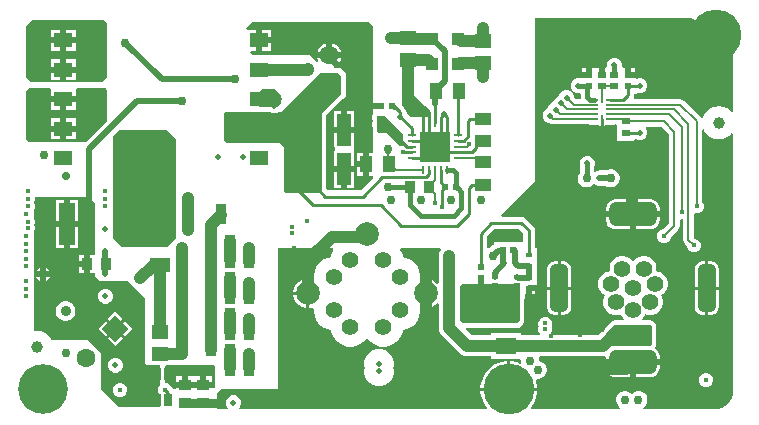
<source format=gtl>
G04*
G04 #@! TF.GenerationSoftware,Altium Limited,Altium Designer,23.5.1 (21)*
G04*
G04 Layer_Physical_Order=1*
G04 Layer_Color=255*
%FSLAX44Y44*%
%MOMM*%
G71*
G04*
G04 #@! TF.SameCoordinates,0C852D97-15EF-43E7-8D4E-587EAF6ACFB3*
G04*
G04*
G04 #@! TF.FilePolarity,Positive*
G04*
G01*
G75*
%ADD13C,0.2500*%
%ADD15C,0.1270*%
%ADD18R,0.6200X0.6200*%
%ADD19R,0.6500X0.5500*%
G04:AMPARAMS|DCode=20|XSize=0.7mm|YSize=0.2mm|CornerRadius=0.05mm|HoleSize=0mm|Usage=FLASHONLY|Rotation=0.000|XOffset=0mm|YOffset=0mm|HoleType=Round|Shape=RoundedRectangle|*
%AMROUNDEDRECTD20*
21,1,0.7000,0.1000,0,0,0.0*
21,1,0.6000,0.2000,0,0,0.0*
1,1,0.1000,0.3000,-0.0500*
1,1,0.1000,-0.3000,-0.0500*
1,1,0.1000,-0.3000,0.0500*
1,1,0.1000,0.3000,0.0500*
%
%ADD20ROUNDEDRECTD20*%
G04:AMPARAMS|DCode=21|XSize=0.7mm|YSize=0.2mm|CornerRadius=0.05mm|HoleSize=0mm|Usage=FLASHONLY|Rotation=270.000|XOffset=0mm|YOffset=0mm|HoleType=Round|Shape=RoundedRectangle|*
%AMROUNDEDRECTD21*
21,1,0.7000,0.1000,0,0,270.0*
21,1,0.6000,0.2000,0,0,270.0*
1,1,0.1000,-0.0500,-0.3000*
1,1,0.1000,-0.0500,0.3000*
1,1,0.1000,0.0500,0.3000*
1,1,0.1000,0.0500,-0.3000*
%
%ADD21ROUNDEDRECTD21*%
%ADD22R,1.5500X1.2700*%
%ADD23R,0.4500X0.5500*%
%ADD24R,1.4500X1.1500*%
%ADD25R,1.0000X0.9000*%
%ADD26R,0.6500X1.0600*%
%ADD27R,0.9500X1.3500*%
%ADD28R,0.9000X1.0000*%
%ADD29R,1.0500X1.4000*%
%ADD30R,1.8000X1.1500*%
%ADD31R,1.4000X3.5600*%
%ADD32R,0.9500X1.7000*%
%ADD33R,0.5000X0.4000*%
%ADD34R,0.7000X0.2500*%
%ADD35R,0.2500X0.7000*%
%ADD36R,1.0000X1.0000*%
%ADD37R,1.7500X1.4000*%
%ADD38R,0.6200X0.6200*%
%ADD39R,0.5500X0.4500*%
%ADD40R,1.4000X1.0500*%
%ADD41R,1.1500X2.7000*%
G04:AMPARAMS|DCode=80|XSize=4mm|YSize=2mm|CornerRadius=0.5mm|HoleSize=0mm|Usage=FLASHONLY|Rotation=0.000|XOffset=0mm|YOffset=0mm|HoleType=Round|Shape=RoundedRectangle|*
%AMROUNDEDRECTD80*
21,1,4.0000,1.0000,0,0,0.0*
21,1,3.0000,2.0000,0,0,0.0*
1,1,1.0000,1.5000,-0.5000*
1,1,1.0000,-1.5000,-0.5000*
1,1,1.0000,-1.5000,0.5000*
1,1,1.0000,1.5000,0.5000*
%
%ADD80ROUNDEDRECTD80*%
%ADD81C,0.7500*%
%ADD82C,1.0000*%
%ADD83R,2.6000X2.6000*%
%ADD84C,0.5080*%
%ADD85C,0.2540*%
%ADD86C,0.1500*%
%ADD87C,1.0160*%
%ADD88C,0.3810*%
%ADD89C,0.7620*%
%ADD90C,0.9000*%
%ADD91C,0.7000*%
G04:AMPARAMS|DCode=92|XSize=4mm|YSize=1.5mm|CornerRadius=0.375mm|HoleSize=0mm|Usage=FLASHONLY|Rotation=270.000|XOffset=0mm|YOffset=0mm|HoleType=Round|Shape=RoundedRectangle|*
%AMROUNDEDRECTD92*
21,1,4.0000,0.7500,0,0,270.0*
21,1,3.2500,1.5000,0,0,270.0*
1,1,0.7500,-0.3750,-1.6250*
1,1,0.7500,-0.3750,1.6250*
1,1,0.7500,0.3750,1.6250*
1,1,0.7500,0.3750,-1.6250*
%
%ADD92ROUNDEDRECTD92*%
%ADD93C,1.4000*%
%ADD94P,2.2627X4X270.0*%
%ADD95C,1.6000*%
%ADD96C,2.0000*%
%ADD97C,4.3000*%
%ADD98C,4.2000*%
%ADD99R,1.6000X1.6000*%
%ADD100C,0.4064*%
%ADD101C,0.5080*%
%ADD102C,0.7620*%
G36*
X252730Y265430D02*
Y250190D01*
X236220Y233680D01*
Y204203D01*
Y202197D01*
Y168910D01*
X233680Y166370D01*
X205740D01*
X204470Y167640D01*
Y204470D01*
X200660Y208280D01*
X179070Y208280D01*
X156210Y208280D01*
X153670Y210820D01*
Y233680D01*
X154940Y234950D01*
X183775D01*
X184150Y234875D01*
X192279D01*
X192475Y234680D01*
X194809Y233713D01*
X197335D01*
X199669Y234680D01*
X199939Y234950D01*
X201930D01*
X234950Y267970D01*
X248295D01*
X248920Y267846D01*
X249545Y267970D01*
X250190D01*
X252730Y265430D01*
D02*
G37*
G36*
X54610Y309580D02*
Y264160D01*
X50800Y260350D01*
X-10320D01*
X-13970Y264000D01*
Y307574D01*
X-12232Y309692D01*
X-9883Y311620D01*
X-8386Y312420D01*
X51770D01*
X54610Y309580D01*
D02*
G37*
G36*
X549499Y313690D02*
X551180D01*
X554990Y309880D01*
Y301270D01*
X570000D01*
Y300000D01*
X571270D01*
Y284480D01*
X584200D01*
Y274320D01*
X584198D01*
Y235117D01*
X582995Y234709D01*
X582201Y235745D01*
X579290Y237978D01*
X575900Y239382D01*
X572262Y239861D01*
X568624Y239382D01*
X565234Y237978D01*
X562323Y235745D01*
X560090Y232834D01*
X558834Y229803D01*
X557811Y229565D01*
X557431Y229617D01*
X556925Y230375D01*
X542939Y244361D01*
X541468Y245343D01*
X539734Y245688D01*
X500778D01*
X500085Y246938D01*
X500480Y248920D01*
Y250210D01*
X502210D01*
Y250450D01*
X503266Y251156D01*
X504197Y250770D01*
X506723D01*
X509057Y251737D01*
X510843Y253523D01*
X511810Y255857D01*
Y258383D01*
X510843Y260717D01*
X509057Y262503D01*
X506723Y263470D01*
X504197D01*
X503266Y263084D01*
X502524Y263580D01*
X502210D01*
Y263790D01*
X502210Y263790D01*
Y264030D01*
X500940D01*
Y264031D01*
X495300D01*
Y266120D01*
X492760D01*
Y271760D01*
X490930D01*
Y273100D01*
X490220D01*
Y275583D01*
X489253Y277917D01*
X487467Y279703D01*
X485133Y280670D01*
X482607D01*
X480273Y279703D01*
X478487Y277917D01*
X477520Y275583D01*
Y273100D01*
X476810D01*
Y271830D01*
X476018D01*
Y266540D01*
X470938D01*
Y271830D01*
X467688D01*
Y271760D01*
X464820D01*
Y266120D01*
X462280D01*
Y264030D01*
X456640D01*
Y264030D01*
X455370D01*
Y263949D01*
X455369Y263949D01*
Y263580D01*
X454818D01*
X454653Y263470D01*
X452127D01*
X449793Y262503D01*
X448007Y260717D01*
X447040Y258383D01*
Y255857D01*
X448007Y253523D01*
X449793Y251737D01*
X452127Y250770D01*
X454653D01*
X455229Y250385D01*
Y247388D01*
X455372Y246670D01*
X454566Y245688D01*
X451361D01*
X449834Y247215D01*
Y248419D01*
X448867Y250753D01*
X447081Y252539D01*
X444747Y253506D01*
X442221D01*
X439887Y252539D01*
X438101Y250753D01*
X437203Y248587D01*
X435061Y247699D01*
X433275Y245913D01*
X432308Y243579D01*
Y243119D01*
X430489Y242365D01*
X428703Y240579D01*
X427736Y238245D01*
Y238039D01*
X425917Y237285D01*
X424131Y235499D01*
X423164Y233165D01*
Y230639D01*
X424131Y228305D01*
X425917Y226519D01*
X428251Y225552D01*
X429653D01*
X430526Y224969D01*
X432260Y224624D01*
X461755D01*
X461796Y224596D01*
X463478Y224262D01*
X469478D01*
X470163Y224398D01*
X470786Y223464D01*
X471792Y222792D01*
X472978Y222556D01*
X473978D01*
X475164Y222792D01*
X476170Y223464D01*
X476793Y224398D01*
X477478Y224262D01*
X483478D01*
X485160Y224596D01*
X486418Y224333D01*
Y210610D01*
X500538D01*
Y211631D01*
X501808Y211842D01*
X501863Y211787D01*
X504197Y210820D01*
X506723D01*
X509057Y211787D01*
X510843Y213573D01*
X511810Y215907D01*
Y218433D01*
X510843Y220767D01*
X510242Y221368D01*
X510768Y222638D01*
X523932D01*
X530138Y216432D01*
Y140427D01*
X525213Y135502D01*
X524618D01*
X522471Y134613D01*
X520827Y132969D01*
X519938Y130822D01*
Y128498D01*
X520827Y126351D01*
X522471Y124707D01*
X524618Y123818D01*
X526942D01*
X529089Y124707D01*
X530733Y126351D01*
X531622Y128498D01*
Y129093D01*
X537875Y135345D01*
X537875Y135345D01*
X538857Y136816D01*
X539202Y138550D01*
X539202Y138550D01*
Y143580D01*
X539858Y144018D01*
X542062D01*
Y126506D01*
X542407Y124772D01*
X543389Y123301D01*
X545338Y121353D01*
Y120758D01*
X546227Y118611D01*
X547871Y116967D01*
X550018Y116078D01*
X552342D01*
X554489Y116967D01*
X556133Y118611D01*
X557022Y120758D01*
Y123082D01*
X556133Y125229D01*
X554489Y126873D01*
X552342Y127762D01*
X551747D01*
X551126Y128383D01*
Y148548D01*
X552182Y149254D01*
X552558Y149098D01*
X554882D01*
X557029Y149987D01*
X558673Y151631D01*
X559562Y153778D01*
Y156102D01*
X558673Y158249D01*
X558252Y158670D01*
Y219896D01*
X559522Y220149D01*
X560090Y218778D01*
X562323Y215867D01*
X565234Y213634D01*
X568624Y212230D01*
X572262Y211751D01*
X575900Y212230D01*
X579290Y213634D01*
X582201Y215867D01*
X582995Y216903D01*
X584198Y216495D01*
Y-6D01*
X584198Y-21D01*
X584198Y-1270D01*
X584111Y-2504D01*
X583935Y-4294D01*
X583053Y-7203D01*
X581620Y-9883D01*
X579692Y-12232D01*
X577343Y-14160D01*
X574663Y-15592D01*
X571754Y-16475D01*
X568847Y-16761D01*
X568730Y-16738D01*
X508377D01*
X508037Y-15468D01*
X508869Y-14987D01*
X510288Y-13569D01*
X511291Y-11831D01*
X511810Y-9893D01*
Y-7887D01*
X511291Y-5949D01*
X510288Y-4211D01*
X508869Y-2792D01*
X507131Y-1789D01*
X505193Y-1270D01*
X503187D01*
X501249Y-1789D01*
X499511Y-2792D01*
X498475Y-3829D01*
X497439Y-2792D01*
X495701Y-1789D01*
X493763Y-1270D01*
X491757D01*
X489819Y-1789D01*
X488081Y-2792D01*
X486662Y-4211D01*
X485659Y-5949D01*
X485140Y-7887D01*
Y-9893D01*
X485659Y-11831D01*
X486662Y-13569D01*
X488081Y-14987D01*
X488913Y-15468D01*
X488573Y-16738D01*
X413419D01*
X412933Y-15565D01*
X413173Y-15325D01*
X415804Y-11387D01*
X417616Y-7012D01*
X418540Y-2368D01*
Y-1270D01*
X370460D01*
Y-2368D01*
X371384Y-7012D01*
X373196Y-11387D01*
X375827Y-15325D01*
X376067Y-15565D01*
X375581Y-16738D01*
X166622Y-16738D01*
X166136Y-15565D01*
X166673Y-15027D01*
X167640Y-12693D01*
Y-10167D01*
X166673Y-7833D01*
X164887Y-6047D01*
X162553Y-5080D01*
X160027D01*
X157693Y-6047D01*
X155907Y-7833D01*
X154940Y-10167D01*
Y-12693D01*
X155907Y-15027D01*
X156444Y-15565D01*
X155958Y-16738D01*
X147320D01*
Y-3810D01*
X151130Y0D01*
X199390D01*
Y119380D01*
X245272D01*
X245871Y118260D01*
X245255Y117338D01*
X243973Y114245D01*
X243540Y112066D01*
X241361Y111633D01*
X238267Y110351D01*
X235483Y108491D01*
X233115Y106123D01*
X231255Y103338D01*
X229973Y100245D01*
X229320Y96960D01*
Y94243D01*
X228311Y93319D01*
X228096Y93257D01*
X225971Y93826D01*
X225590D01*
Y81286D01*
Y68746D01*
X225971D01*
X228096Y69315D01*
X228311Y69253D01*
X229320Y68328D01*
Y65612D01*
X229973Y62327D01*
X231255Y59233D01*
X233115Y56449D01*
X235483Y54081D01*
X238267Y52221D01*
X241361Y50939D01*
X243540Y50506D01*
X243973Y48327D01*
X245255Y45233D01*
X247115Y42449D01*
X249483Y40081D01*
X252267Y38221D01*
X255361Y36939D01*
X258646Y36286D01*
X261994D01*
X265279Y36939D01*
X268372Y38221D01*
X271157Y40081D01*
X273525Y42449D01*
X273685Y42689D01*
X274955D01*
X275115Y42449D01*
X277483Y40081D01*
X280268Y38221D01*
X283361Y36939D01*
X286646Y36286D01*
X289994D01*
X293279Y36939D01*
X296373Y38221D01*
X299157Y40081D01*
X301525Y42449D01*
X303385Y45233D01*
X304667Y48327D01*
X305100Y50506D01*
X307279Y50939D01*
X310373Y52221D01*
X313157Y54081D01*
X315525Y56449D01*
X317385Y59233D01*
X318667Y62327D01*
X319320Y65612D01*
Y68328D01*
X320329Y69253D01*
X320544Y69315D01*
X322669Y68746D01*
X323050D01*
Y81286D01*
Y93826D01*
X322669D01*
X320544Y93257D01*
X320329Y93319D01*
X319320Y94243D01*
Y96960D01*
X318667Y100245D01*
X317385Y103338D01*
X315525Y106123D01*
X313157Y108491D01*
X310373Y110351D01*
X307279Y111633D01*
X305100Y112066D01*
X304667Y114245D01*
X303385Y117338D01*
X302769Y118260D01*
X303368Y119380D01*
X336236D01*
X336862Y118110D01*
X336405Y117513D01*
X335509Y115351D01*
X335203Y113030D01*
Y89933D01*
X333933Y89407D01*
X332020Y91320D01*
X329160Y92971D01*
X325971Y93826D01*
X325590D01*
Y81286D01*
Y68746D01*
X325971D01*
X329160Y69601D01*
X332020Y71251D01*
X333933Y73165D01*
X335203Y72639D01*
Y52070D01*
X335509Y49749D01*
X336405Y47587D01*
X337830Y45730D01*
X352870Y30690D01*
X354727Y29265D01*
X356889Y28369D01*
X359210Y28063D01*
X359210Y28063D01*
X379710D01*
Y26220D01*
X404106D01*
X405109Y25156D01*
X405130Y25074D01*
Y23127D01*
X405213Y22816D01*
X404258Y21979D01*
X401512Y23116D01*
X396868Y24040D01*
X395770D01*
Y1270D01*
X418540D01*
Y2368D01*
X417616Y7012D01*
X417231Y7943D01*
X417482Y8230D01*
X418213Y8890D01*
X420103D01*
X422041Y9409D01*
X423779Y10412D01*
X425197Y11831D01*
X426201Y13569D01*
X426720Y15507D01*
Y17513D01*
X426201Y19451D01*
X425197Y21189D01*
X423779Y22608D01*
X422041Y23611D01*
X420370Y24058D01*
Y25133D01*
X419925Y26793D01*
X420569Y28063D01*
X473910D01*
X475762Y28307D01*
X476791Y27609D01*
X477007Y27316D01*
Y25787D01*
X522217D01*
Y28247D01*
X521958Y30215D01*
X521198Y32050D01*
X519990Y33625D01*
X518862Y34490D01*
X518499Y35443D01*
X518595Y36133D01*
X519209Y37051D01*
X519505Y38538D01*
Y49514D01*
X519507Y49530D01*
X519505Y49546D01*
Y53340D01*
X519209Y54827D01*
X518367Y56087D01*
X517097Y57357D01*
X515837Y58199D01*
X514350Y58495D01*
X510556D01*
X510540Y58497D01*
X507945D01*
X507419Y59767D01*
X508262Y60610D01*
X509685Y63074D01*
X509834Y63630D01*
X509939Y63674D01*
X512689Y62937D01*
X515535D01*
X518284Y63674D01*
X520750Y65097D01*
X522762Y67109D01*
X524185Y69574D01*
X524922Y72324D01*
Y75170D01*
X524185Y77920D01*
X523167Y79683D01*
X524749Y80597D01*
X526762Y82610D01*
X528185Y85075D01*
X528922Y87824D01*
Y90670D01*
X528185Y93420D01*
X526762Y95885D01*
X524749Y97897D01*
X522285Y99320D01*
X520465Y99808D01*
X519422Y100824D01*
Y103670D01*
X518685Y106419D01*
X517262Y108884D01*
X515249Y110897D01*
X512785Y112320D01*
X510035Y113057D01*
X507189D01*
X504440Y112320D01*
X501974Y110897D01*
X500448Y109371D01*
X499612Y109028D01*
X498776Y109371D01*
X497249Y110897D01*
X494785Y112320D01*
X492035Y113057D01*
X489189D01*
X486440Y112320D01*
X483974Y110897D01*
X481962Y108884D01*
X480539Y106419D01*
X479802Y103670D01*
Y100824D01*
X478759Y99808D01*
X476940Y99320D01*
X474474Y97897D01*
X472462Y95885D01*
X471039Y93420D01*
X470302Y90670D01*
Y87824D01*
X471039Y85075D01*
X472462Y82610D01*
X474474Y80597D01*
X476057Y79683D01*
X475039Y77920D01*
X474302Y75170D01*
Y72324D01*
X475039Y69574D01*
X476462Y67109D01*
X478475Y65097D01*
X480939Y63674D01*
X483689Y62937D01*
X486535D01*
X488145Y63369D01*
X489539Y63074D01*
X490962Y60610D01*
X491805Y59767D01*
X491279Y58497D01*
X486410D01*
X486394Y58495D01*
X483870D01*
X483767Y58474D01*
X483662Y58489D01*
X483027Y58327D01*
X482383Y58199D01*
X482296Y58140D01*
X482194Y58114D01*
X481669Y57721D01*
X481123Y57357D01*
X481065Y57269D01*
X480980Y57206D01*
X478292Y54213D01*
X477606Y53528D01*
X477464Y53315D01*
X477271Y53146D01*
X477199Y53000D01*
X470196Y45997D01*
X430568D01*
X430082Y47170D01*
X430403Y47491D01*
X431292Y49638D01*
Y51962D01*
X430721Y53340D01*
X431292Y54718D01*
Y57042D01*
X430403Y59189D01*
X428759Y60833D01*
X426612Y61722D01*
X424288D01*
X422141Y60833D01*
X420497Y59189D01*
X419608Y57042D01*
Y54718D01*
X420179Y53340D01*
X419608Y51962D01*
Y49638D01*
X420497Y47491D01*
X420818Y47170D01*
X420332Y45997D01*
X404830D01*
Y47840D01*
X379710D01*
Y45997D01*
X362924D01*
X358099Y50822D01*
X358585Y51995D01*
X401320D01*
X402807Y52291D01*
X404067Y53133D01*
X406607Y55673D01*
X407449Y56933D01*
X407745Y58420D01*
Y76550D01*
X408080D01*
Y80880D01*
X408940D01*
Y85670D01*
X411480D01*
Y88195D01*
X411555Y88210D01*
X416770D01*
Y88610D01*
X418040D01*
Y98660D01*
Y107660D01*
Y119780D01*
X416660D01*
Y134620D01*
X416265Y136602D01*
X415143Y138282D01*
X408792Y144633D01*
X407112Y145755D01*
X405130Y146150D01*
X388574D01*
X388088Y147323D01*
X416560Y175795D01*
Y314198D01*
X549227D01*
X549499Y313690D01*
D02*
G37*
G36*
X54610Y252730D02*
Y227596D01*
X36564Y209550D01*
X-11430Y209550D01*
X-13970Y212090D01*
Y252730D01*
X-11430Y255270D01*
X6082D01*
X7036Y254000D01*
Y248158D01*
X17326D01*
X27616D01*
Y254000D01*
X27616Y254508D01*
X28570Y255270D01*
X52070D01*
X54610Y252730D01*
D02*
G37*
G36*
X201930Y248920D02*
Y242570D01*
X198120Y238760D01*
X184150D01*
X180340Y242570D01*
Y248920D01*
X185420Y254000D01*
X196850D01*
X201930Y248920D01*
D02*
G37*
G36*
X326598Y237028D02*
Y230378D01*
X311658D01*
X308521Y233515D01*
X308031Y234697D01*
X307524Y235204D01*
X307214Y236763D01*
X306091Y238444D01*
X303784Y240751D01*
Y248158D01*
X315468D01*
X326598Y237028D01*
D02*
G37*
G36*
X304800Y216190D02*
X304800Y212852D01*
X304967Y212685D01*
Y210640D01*
Y206542D01*
X303638D01*
X302584Y206106D01*
X291520Y217170D01*
X284480D01*
X283285Y218365D01*
Y221621D01*
X283226Y221917D01*
X282989Y223108D01*
X282523Y224234D01*
Y225012D01*
X282832Y225760D01*
X283069Y226951D01*
X283128Y227246D01*
Y227246D01*
Y227246D01*
X283069Y227542D01*
X282832Y228733D01*
X282523Y229481D01*
Y230259D01*
X282887Y231140D01*
X289850D01*
X304800Y216190D01*
D02*
G37*
G36*
X279400Y307340D02*
Y232872D01*
X278638Y231032D01*
Y228708D01*
X279243Y227246D01*
X278638Y225785D01*
Y223461D01*
X279400Y221621D01*
Y200040D01*
X276250D01*
Y190500D01*
Y180960D01*
X279400D01*
Y178783D01*
X269119Y168501D01*
X241413D01*
X240105Y169810D01*
Y202197D01*
Y204203D01*
Y232071D01*
X254194Y246160D01*
X254220D01*
Y246186D01*
X255477Y247443D01*
X256310Y248690D01*
X256540Y248920D01*
Y249815D01*
X256615Y250190D01*
Y265430D01*
X256540Y265805D01*
Y267570D01*
X252330Y271780D01*
X250565D01*
X250190Y271855D01*
X249545D01*
X249170Y271780D01*
X248670D01*
X248295Y271855D01*
X246557D01*
X246390Y273125D01*
X246478Y273148D01*
X248882Y274536D01*
X250844Y276498D01*
X252232Y278902D01*
X252950Y281582D01*
Y281700D01*
X242410D01*
X231870D01*
Y281582D01*
X232588Y278902D01*
X233167Y277899D01*
X232151Y277119D01*
X226300Y282970D01*
X178040D01*
X175455Y285555D01*
X175941Y286728D01*
X180286D01*
Y295618D01*
Y304508D01*
X172954D01*
X172352Y305702D01*
X177800Y311150D01*
X275590D01*
X279400Y307340D01*
D02*
G37*
G36*
X113030Y212090D02*
Y128270D01*
X105410Y120650D01*
X67310D01*
X59690Y128270D01*
Y214364D01*
X65036Y219710D01*
X105410D01*
X113030Y212090D01*
D02*
G37*
G36*
X406301Y132475D02*
Y125212D01*
X405110Y125020D01*
Y125020D01*
X382290D01*
Y123212D01*
X380668Y122128D01*
X378894Y120355D01*
X378059Y120131D01*
X377130Y119594D01*
X375859Y120328D01*
Y129775D01*
X381875Y135791D01*
X402985D01*
X406301Y132475D01*
D02*
G37*
G36*
X395460Y89550D02*
X398693D01*
X399982Y88688D01*
X402460Y88196D01*
X403860D01*
Y78473D01*
Y76467D01*
Y58420D01*
X401320Y55880D01*
X355600D01*
X353137Y58343D01*
Y87707D01*
X355092Y89662D01*
X376460D01*
Y89550D01*
X380036D01*
X380292Y89378D01*
X382770Y88886D01*
X385248Y89378D01*
X385504Y89550D01*
X389080D01*
Y89662D01*
X395460D01*
Y89550D01*
D02*
G37*
G36*
X515620Y53340D02*
Y38538D01*
X514215Y37133D01*
X484612D01*
X483829Y37030D01*
X480060D01*
Y49688D01*
X480353Y50781D01*
X481112Y51540D01*
X483870Y54610D01*
X514350D01*
X515620Y53340D01*
D02*
G37*
G36*
X44450Y157480D02*
Y114900D01*
X44252Y113712D01*
X43180Y113712D01*
X39752D01*
Y106172D01*
Y98632D01*
X44252D01*
X44450Y97444D01*
Y95250D01*
X48260Y91440D01*
X72390D01*
X86106Y77724D01*
X86106Y26924D01*
Y22606D01*
X87884Y20828D01*
X88000D01*
Y20810D01*
X98824D01*
X99112Y20522D01*
Y4254D01*
X99112Y4254D01*
X99112D01*
X98734Y3110D01*
X98679Y3055D01*
X97790Y908D01*
Y-1416D01*
X98679Y-3563D01*
X99112Y-3996D01*
Y-14732D01*
X64262D01*
X49370Y160D01*
Y30640D01*
X46476Y33534D01*
X46170Y34065D01*
X43971Y36264D01*
X43440Y36570D01*
X38100Y41910D01*
X7373Y41910D01*
X7092Y42588D01*
X4859Y45499D01*
X1948Y47732D01*
X-1442Y49136D01*
X-5080Y49615D01*
X-6665Y49407D01*
X-7620Y50244D01*
Y134398D01*
X-7092Y135673D01*
Y137997D01*
X-7620Y139272D01*
Y139478D01*
X-7092Y140753D01*
Y143077D01*
X-7620Y144352D01*
Y152747D01*
X-7092Y154022D01*
Y156346D01*
X-7620Y157621D01*
Y159097D01*
X-7092Y160372D01*
Y162560D01*
X39370D01*
X44450Y157480D01*
D02*
G37*
G36*
X146050Y19050D02*
Y2286D01*
X144700Y936D01*
X143430Y1462D01*
Y1650D01*
X135890D01*
Y4190D01*
X133350D01*
Y11230D01*
X128350D01*
Y11230D01*
X128190D01*
Y11230D01*
X123190D01*
Y4190D01*
X120650D01*
Y1650D01*
X113110D01*
Y474D01*
X110098D01*
X109834Y869D01*
X109247Y1456D01*
X108585Y3055D01*
X106941Y4699D01*
X104794Y5588D01*
X103732D01*
Y19912D01*
X104140Y20320D01*
X144780D01*
X146050Y19050D01*
D02*
G37*
%LPC*%
G36*
X27616Y304508D02*
X19866D01*
Y298158D01*
X27616D01*
Y304508D01*
D02*
G37*
G36*
X14786D02*
X7036D01*
Y298158D01*
X14786D01*
Y304508D01*
D02*
G37*
G36*
X27616Y293078D02*
X19866D01*
Y286728D01*
X27616D01*
Y293078D01*
D02*
G37*
G36*
X14786D02*
X7036D01*
Y286728D01*
X14786D01*
Y293078D01*
D02*
G37*
G36*
X27616Y279508D02*
X19866D01*
Y273158D01*
X27616D01*
Y279508D01*
D02*
G37*
G36*
X14786D02*
X7036D01*
Y273158D01*
X14786D01*
Y279508D01*
D02*
G37*
G36*
X27616Y268078D02*
X19866D01*
Y261728D01*
X27616D01*
Y268078D01*
D02*
G37*
G36*
X14786D02*
X7036D01*
Y261728D01*
X14786D01*
Y268078D01*
D02*
G37*
G36*
X568730Y298730D02*
X554990D01*
Y288290D01*
X558800Y284480D01*
X568730D01*
Y298730D01*
D02*
G37*
G36*
X500940Y271760D02*
X497840D01*
Y268660D01*
X500940D01*
Y271760D01*
D02*
G37*
G36*
X459740Y271760D02*
X456640D01*
Y268660D01*
X459740D01*
Y271760D01*
D02*
G37*
G36*
X462019Y197866D02*
X459493D01*
X457159Y196899D01*
X455373Y195113D01*
X454406Y192779D01*
Y190253D01*
X454802Y189297D01*
Y183808D01*
X454453Y183458D01*
X453457Y181734D01*
X452942Y179811D01*
Y177821D01*
X453457Y175898D01*
X454453Y174174D01*
X455860Y172766D01*
X457584Y171771D01*
X459507Y171256D01*
X461497D01*
X463420Y171771D01*
X465144Y172766D01*
X466552Y174174D01*
X467319Y173560D01*
X467908Y173316D01*
X468438Y172961D01*
X469064Y172837D01*
X469653Y172593D01*
X470291D01*
X470916Y172469D01*
X476696D01*
X477904Y171771D01*
X479827Y171256D01*
X481817D01*
X483740Y171771D01*
X485464Y172766D01*
X486871Y174174D01*
X487867Y175898D01*
X488382Y177821D01*
Y179811D01*
X487867Y181734D01*
X486871Y183458D01*
X485464Y184865D01*
X483740Y185861D01*
X481817Y186376D01*
X479827D01*
X477904Y185861D01*
X477136Y185417D01*
X470916D01*
X470291Y185293D01*
X469653D01*
X469064Y185049D01*
X468438Y184925D01*
X467908Y184570D01*
X467726Y184495D01*
X466662Y185021D01*
X466456Y185239D01*
Y188684D01*
X467106Y190253D01*
Y192779D01*
X466139Y195113D01*
X464353Y196899D01*
X462019Y197866D01*
D02*
G37*
G36*
X514612Y160852D02*
X502152D01*
Y150787D01*
X522217D01*
Y153247D01*
X521958Y155215D01*
X521198Y157050D01*
X519990Y158625D01*
X518414Y159833D01*
X516580Y160593D01*
X514612Y160852D01*
D02*
G37*
G36*
X497072D02*
X484612D01*
X482644Y160593D01*
X480810Y159833D01*
X479234Y158625D01*
X478026Y157050D01*
X477266Y155215D01*
X477007Y153247D01*
Y150787D01*
X497072D01*
Y160852D01*
D02*
G37*
G36*
X522217Y145707D02*
X502152D01*
Y135642D01*
X514612D01*
X516580Y135901D01*
X518414Y136661D01*
X519990Y137869D01*
X521198Y139445D01*
X521958Y141279D01*
X522217Y143247D01*
Y145707D01*
D02*
G37*
G36*
X497072D02*
X477007D01*
Y143247D01*
X477266Y141279D01*
X478026Y139445D01*
X479234Y137869D01*
X480810Y136661D01*
X482644Y135901D01*
X484612Y135642D01*
X497072D01*
Y145707D01*
D02*
G37*
G36*
X565862Y108410D02*
X563382D01*
Y87017D01*
X572275D01*
Y101997D01*
X571787Y104451D01*
X570397Y106532D01*
X568316Y107922D01*
X565862Y108410D01*
D02*
G37*
G36*
X440862D02*
X438382D01*
Y87017D01*
X447275D01*
Y101997D01*
X446787Y104451D01*
X445397Y106532D01*
X443316Y107922D01*
X440862Y108410D01*
D02*
G37*
G36*
X560842D02*
X558362D01*
X555908Y107922D01*
X553827Y106532D01*
X552437Y104451D01*
X551949Y101997D01*
Y87017D01*
X560842D01*
Y108410D01*
D02*
G37*
G36*
X435842D02*
X433362D01*
X430908Y107922D01*
X428827Y106532D01*
X427437Y104451D01*
X426949Y101997D01*
Y87017D01*
X435842D01*
Y108410D01*
D02*
G37*
G36*
X223050Y93826D02*
X222669D01*
X219480Y92971D01*
X216620Y91320D01*
X214286Y88986D01*
X212635Y86126D01*
X211780Y82937D01*
Y82556D01*
X223050D01*
Y93826D01*
D02*
G37*
G36*
X416770Y83130D02*
X414020D01*
Y80880D01*
X416770D01*
Y83130D01*
D02*
G37*
G36*
X223050Y80016D02*
X211780D01*
Y79635D01*
X212635Y76446D01*
X214286Y73586D01*
X216620Y71251D01*
X219480Y69601D01*
X222669Y68746D01*
X223050D01*
Y80016D01*
D02*
G37*
G36*
X572275Y84477D02*
X563382D01*
Y63084D01*
X565862D01*
X568316Y63572D01*
X570397Y64962D01*
X571787Y67043D01*
X572275Y69497D01*
Y84477D01*
D02*
G37*
G36*
X560842D02*
X551949D01*
Y69497D01*
X552437Y67043D01*
X553827Y64962D01*
X555908Y63572D01*
X558362Y63084D01*
X560842D01*
Y84477D01*
D02*
G37*
G36*
X447275D02*
X438382D01*
Y63084D01*
X440862D01*
X443316Y63572D01*
X445397Y64962D01*
X446787Y67043D01*
X447275Y69497D01*
Y84477D01*
D02*
G37*
G36*
X435842D02*
X426949D01*
Y69497D01*
X427437Y67043D01*
X428827Y64962D01*
X430908Y63572D01*
X433362Y63084D01*
X435842D01*
Y84477D01*
D02*
G37*
G36*
X522217Y20707D02*
X502152D01*
Y10642D01*
X514612D01*
X516580Y10901D01*
X518414Y11661D01*
X519990Y12869D01*
X521198Y14445D01*
X521958Y16279D01*
X522217Y18247D01*
Y20707D01*
D02*
G37*
G36*
X497072D02*
X477007D01*
Y18247D01*
X477266Y16279D01*
X478026Y14445D01*
X479234Y12869D01*
X480810Y11661D01*
X482644Y10901D01*
X484612Y10642D01*
X497072D01*
Y20707D01*
D02*
G37*
G36*
X286131Y33876D02*
X282829D01*
X279640Y33021D01*
X276780Y31370D01*
X274445Y29036D01*
X272795Y26176D01*
X271940Y22987D01*
Y19685D01*
X272314Y18288D01*
X271940Y16891D01*
Y13589D01*
X272795Y10400D01*
X274445Y7540D01*
X276780Y5206D01*
X279640Y3555D01*
X282829Y2700D01*
X286131D01*
X289320Y3555D01*
X292180Y5206D01*
X294515Y7540D01*
X296165Y10400D01*
X297020Y13589D01*
Y16891D01*
X296646Y18288D01*
X297020Y19685D01*
Y22987D01*
X296165Y26176D01*
X294515Y29036D01*
X292180Y31370D01*
X289320Y33021D01*
X286131Y33876D01*
D02*
G37*
G36*
X562502Y14002D02*
X560178D01*
X558031Y13113D01*
X556387Y11469D01*
X555498Y9322D01*
Y6998D01*
X556387Y4851D01*
X558031Y3207D01*
X560178Y2318D01*
X562502D01*
X564649Y3207D01*
X566293Y4851D01*
X567182Y6998D01*
Y9322D01*
X566293Y11469D01*
X564649Y13113D01*
X562502Y14002D01*
D02*
G37*
G36*
X393230Y24040D02*
X392132D01*
X387488Y23116D01*
X383113Y21304D01*
X379175Y18673D01*
X375827Y15325D01*
X373196Y11387D01*
X371384Y7012D01*
X370460Y2368D01*
Y1270D01*
X393230D01*
Y24040D01*
D02*
G37*
G36*
X27616Y243078D02*
X19866D01*
Y236728D01*
X27616D01*
Y243078D01*
D02*
G37*
G36*
X14786D02*
X7036D01*
Y236728D01*
X14786D01*
Y243078D01*
D02*
G37*
G36*
X27616Y229508D02*
X19866D01*
Y223158D01*
X27616D01*
Y229508D01*
D02*
G37*
G36*
X14786D02*
X7036D01*
Y223158D01*
X14786D01*
Y229508D01*
D02*
G37*
G36*
X27616Y218078D02*
X19866D01*
Y211728D01*
X27616D01*
Y218078D01*
D02*
G37*
G36*
X14786D02*
X7036D01*
Y211728D01*
X14786D01*
Y218078D01*
D02*
G37*
G36*
X193116Y304508D02*
X185366D01*
Y298158D01*
X193116D01*
Y304508D01*
D02*
G37*
G36*
Y293078D02*
X185366D01*
Y286728D01*
X193116D01*
Y293078D01*
D02*
G37*
G36*
X243798Y293510D02*
X243680D01*
Y284240D01*
X252950D01*
Y284358D01*
X252232Y287038D01*
X250844Y289442D01*
X248882Y291404D01*
X246478Y292792D01*
X243798Y293510D01*
D02*
G37*
G36*
X241140D02*
X241022D01*
X238342Y292792D01*
X235938Y291404D01*
X233976Y289442D01*
X232588Y287038D01*
X231870Y284358D01*
Y284240D01*
X241140D01*
Y293510D01*
D02*
G37*
G36*
X263160Y235710D02*
X257410D01*
Y222210D01*
X263160D01*
Y235710D01*
D02*
G37*
G36*
X252330D02*
X246580D01*
Y222210D01*
X252330D01*
Y235710D01*
D02*
G37*
G36*
X271170Y200040D02*
X265920D01*
Y193040D01*
X271170D01*
Y200040D01*
D02*
G37*
G36*
X263160Y217130D02*
X254870D01*
X246580D01*
Y203960D01*
X246580Y203630D01*
Y202690D01*
X246580Y202360D01*
Y189190D01*
X254870D01*
X263160D01*
Y202360D01*
X263160Y202690D01*
Y203630D01*
X263160Y203960D01*
Y217130D01*
D02*
G37*
G36*
X271170Y187960D02*
X265920D01*
Y180960D01*
X271170D01*
Y187960D01*
D02*
G37*
G36*
X263160Y184110D02*
X257410D01*
Y170610D01*
X263160D01*
Y184110D01*
D02*
G37*
G36*
X252330D02*
X246580D01*
Y170610D01*
X252330D01*
Y184110D01*
D02*
G37*
G36*
X29870Y160040D02*
X22870D01*
Y142240D01*
X29870D01*
Y160040D01*
D02*
G37*
G36*
X17790D02*
X10790D01*
Y142240D01*
X17790D01*
Y160040D01*
D02*
G37*
G36*
X29870Y137160D02*
X22870D01*
Y119360D01*
X29870D01*
Y137160D01*
D02*
G37*
G36*
X17790D02*
X10790D01*
Y119360D01*
X17790D01*
Y137160D01*
D02*
G37*
G36*
X34672Y113712D02*
X30172D01*
Y108712D01*
X34672D01*
Y113712D01*
D02*
G37*
G36*
X2540Y103506D02*
Y100290D01*
X5756D01*
X5332Y101313D01*
X3563Y103082D01*
X2540Y103506D01*
D02*
G37*
G36*
X-2540Y103506D02*
X-3563Y103082D01*
X-5332Y101313D01*
X-5756Y100290D01*
X-2540D01*
Y103506D01*
D02*
G37*
G36*
X34672Y103632D02*
X30172D01*
Y98632D01*
X34672D01*
Y103632D01*
D02*
G37*
G36*
X5756Y95210D02*
X2540D01*
Y91994D01*
X3563Y92418D01*
X5332Y94187D01*
X5756Y95210D01*
D02*
G37*
G36*
X-2540D02*
X-5756D01*
X-5332Y94187D01*
X-3563Y92418D01*
X-2540Y91994D01*
Y95210D01*
D02*
G37*
G36*
X54181Y85400D02*
X51655D01*
X49321Y84433D01*
X47535Y82647D01*
X46568Y80313D01*
Y77787D01*
X47535Y75453D01*
X49321Y73667D01*
X51655Y72700D01*
X54181D01*
X56515Y73667D01*
X58301Y75453D01*
X59268Y77787D01*
Y80313D01*
X58301Y82647D01*
X56515Y84433D01*
X54181Y85400D01*
D02*
G37*
G36*
X20294Y74810D02*
X18106D01*
X15992Y74244D01*
X14097Y73150D01*
X12550Y71603D01*
X11456Y69708D01*
X10890Y67594D01*
Y65406D01*
X11456Y63293D01*
X12550Y61398D01*
X14097Y59851D01*
X15992Y58756D01*
X18106Y58190D01*
X20294D01*
X22408Y58756D01*
X24302Y59851D01*
X25850Y61398D01*
X26944Y63293D01*
X27510Y65406D01*
Y67594D01*
X26944Y69708D01*
X25850Y71603D01*
X24302Y73150D01*
X22408Y74244D01*
X20294Y74810D01*
D02*
G37*
G36*
X61468Y66468D02*
X54913Y59913D01*
X61468Y53358D01*
X68023Y59913D01*
X61468Y66468D01*
D02*
G37*
G36*
X69819Y58117D02*
X63264Y51562D01*
X69819Y45007D01*
X76374Y51562D01*
X69819Y58117D01*
D02*
G37*
G36*
X53117Y58117D02*
X46562Y51562D01*
X53117Y45007D01*
X59672Y51562D01*
X53117Y58117D01*
D02*
G37*
G36*
X61468Y49766D02*
X54913Y43211D01*
X61468Y36656D01*
X68023Y43211D01*
X61468Y49766D01*
D02*
G37*
G36*
X62731Y27051D02*
X60205D01*
X57871Y26084D01*
X56085Y24298D01*
X55118Y21964D01*
Y19438D01*
X56085Y17104D01*
X57871Y15318D01*
X60205Y14351D01*
X62731D01*
X65065Y15318D01*
X66851Y17104D01*
X67818Y19438D01*
Y21964D01*
X66851Y24298D01*
X65065Y26084D01*
X62731Y27051D01*
D02*
G37*
G36*
X66440Y5588D02*
X64116D01*
X61969Y4699D01*
X60325Y3055D01*
X59436Y908D01*
Y-1416D01*
X60325Y-3563D01*
X61969Y-5207D01*
X64116Y-6096D01*
X66440D01*
X68587Y-5207D01*
X70231Y-3563D01*
X71120Y-1416D01*
Y908D01*
X70231Y3055D01*
X68587Y4699D01*
X66440Y5588D01*
D02*
G37*
G36*
X143430Y11230D02*
X138430D01*
Y6730D01*
X143430D01*
Y11230D01*
D02*
G37*
G36*
X118110D02*
X113110D01*
Y6730D01*
X118110D01*
Y11230D01*
D02*
G37*
%LPD*%
D13*
X323088Y238760D02*
X326777Y235070D01*
X351278Y200700D02*
X363006D01*
X370667Y210170D02*
X372417D01*
X366667Y206170D02*
X370667Y210170D01*
X363006Y200700D02*
X366667Y204361D01*
Y206170D01*
X336777Y200700D02*
X351278D01*
X339598Y232918D02*
Y233172D01*
X341777Y215700D02*
Y230739D01*
X339598Y232918D02*
X341777Y230739D01*
X336777Y210700D02*
Y230417D01*
X339532Y233172D01*
X339598D01*
X326777Y225200D02*
Y235070D01*
X308917Y245070D02*
X321777Y232210D01*
Y225200D02*
Y232210D01*
X336777Y200700D02*
X336777Y200700D01*
X312277Y195700D02*
X321777D01*
X326777Y200700D01*
X326777Y210700D02*
X326777Y210700D01*
X321777Y215700D02*
X326777Y210700D01*
X312277D02*
X326777D01*
X336777Y210700D02*
X341777Y215700D01*
X336777Y210700D02*
X336777Y210700D01*
X326777Y210700D02*
Y225200D01*
Y210700D02*
X331777Y205700D01*
X321777Y215700D02*
Y225200D01*
D15*
X473478Y256540D02*
X483870D01*
X473478Y245656D02*
Y256540D01*
X449484Y241156D02*
X466478D01*
X443484Y247156D02*
X449484Y241156D01*
X443818Y237156D02*
X466478D01*
X438658Y242316D02*
X443818Y237156D01*
X437912Y233156D02*
X466478D01*
X434086Y236982D02*
X437912Y233156D01*
X429514Y231902D02*
X432260Y229156D01*
X466478D01*
X553720Y154940D02*
Y227170D01*
X480478Y241156D02*
X539734D01*
X553720Y227170D01*
X546594Y126506D02*
Y224984D01*
X480478Y237156D02*
X534422D01*
X546594Y224984D01*
X541020Y149860D02*
Y222292D01*
X480478Y233156D02*
X530156D01*
X541020Y222292D01*
X534670Y138550D02*
Y218309D01*
X493478Y227170D02*
X525809D01*
X534670Y218309D01*
X480478Y229156D02*
X491492D01*
X493478Y227170D01*
X525780Y129660D02*
X534670Y138550D01*
X546594Y126506D02*
X551180Y121920D01*
X512842Y72470D02*
X515700D01*
D18*
X462280Y257120D02*
D03*
Y266120D02*
D03*
X495300Y266120D02*
D03*
Y257120D02*
D03*
X370680Y103520D02*
D03*
Y94520D02*
D03*
D19*
X483870Y256540D02*
D03*
Y266540D02*
D03*
X493478Y217170D02*
D03*
Y227170D02*
D03*
X473478Y256540D02*
D03*
Y266540D02*
D03*
D20*
X480478Y245156D02*
D03*
Y229156D02*
D03*
Y237156D02*
D03*
Y241156D02*
D03*
Y233156D02*
D03*
X466478Y245156D02*
D03*
Y229156D02*
D03*
Y237156D02*
D03*
Y241156D02*
D03*
Y233156D02*
D03*
D21*
X473478Y245656D02*
D03*
Y228656D02*
D03*
D22*
X182826Y195618D02*
D03*
Y220618D02*
D03*
Y245618D02*
D03*
Y270618D02*
D03*
Y295618D02*
D03*
X17326Y195618D02*
D03*
Y220618D02*
D03*
Y245618D02*
D03*
Y270618D02*
D03*
Y295618D02*
D03*
D23*
X399470Y106680D02*
D03*
X390470D02*
D03*
D24*
X99060Y30370D02*
D03*
Y48370D02*
D03*
X308917Y279250D02*
D03*
Y297250D02*
D03*
X372417Y276710D02*
D03*
Y294710D02*
D03*
D25*
X120650Y-11810D02*
D03*
Y4190D02*
D03*
X135890Y-11810D02*
D03*
Y4190D02*
D03*
D26*
X87172Y13364D02*
D03*
X96672D02*
D03*
X106172D02*
D03*
Y-8636D02*
D03*
X96672D02*
D03*
X87172D02*
D03*
D27*
X158370Y78740D02*
D03*
X174370D02*
D03*
X158370Y48399D02*
D03*
X174370D02*
D03*
X158370Y17780D02*
D03*
X174370D02*
D03*
X158370Y109220D02*
D03*
X174370D02*
D03*
D28*
X142370Y63500D02*
D03*
X158370D02*
D03*
X53212Y106172D02*
D03*
X37212D02*
D03*
X142370Y125730D02*
D03*
X158370D02*
D03*
X142370Y93980D02*
D03*
X158370D02*
D03*
X142370Y33020D02*
D03*
X158370D02*
D03*
X326610Y171410D02*
D03*
X310610D02*
D03*
D29*
X292710Y190500D02*
D03*
X273710D02*
D03*
X352240Y252690D02*
D03*
X333240D02*
D03*
D30*
X99060Y135050D02*
D03*
Y105050D02*
D03*
D31*
X20330Y139700D02*
D03*
X74930D02*
D03*
D32*
X122810Y148336D02*
D03*
X150810D02*
D03*
D33*
X401770Y82360D02*
D03*
Y88860D02*
D03*
Y95360D02*
D03*
X382770D02*
D03*
Y88860D02*
D03*
Y82360D02*
D03*
D34*
X312277Y195700D02*
D03*
Y200700D02*
D03*
Y205700D02*
D03*
Y210700D02*
D03*
Y215700D02*
D03*
X351278D02*
D03*
Y210700D02*
D03*
Y205700D02*
D03*
Y200700D02*
D03*
Y195700D02*
D03*
D35*
X321777Y225200D02*
D03*
X326777D02*
D03*
X331777D02*
D03*
X336777D02*
D03*
X341777D02*
D03*
Y186200D02*
D03*
X336777D02*
D03*
X331777D02*
D03*
X326777D02*
D03*
X321777D02*
D03*
D36*
X351667Y275550D02*
D03*
X329667D02*
D03*
X351667Y297140D02*
D03*
X329667D02*
D03*
D37*
X392270Y37030D02*
D03*
Y67030D02*
D03*
D38*
X398200Y118110D02*
D03*
X389200D02*
D03*
X286330Y240221D02*
D03*
X295330D02*
D03*
X349780Y171410D02*
D03*
X340780D02*
D03*
D39*
X411480Y104720D02*
D03*
Y113720D02*
D03*
Y85670D02*
D03*
Y94670D02*
D03*
D40*
X372417Y192340D02*
D03*
Y173340D02*
D03*
Y229170D02*
D03*
Y210170D02*
D03*
D41*
X224870Y219670D02*
D03*
X254870D02*
D03*
X224870Y186650D02*
D03*
X254870D02*
D03*
D80*
X499612Y23247D02*
D03*
Y148247D02*
D03*
D81*
X480822Y178816D02*
D03*
X410210Y37030D02*
D03*
X308917Y245070D02*
D03*
X460502Y178816D02*
D03*
X291940Y171410D02*
D03*
X292100Y203708D02*
D03*
X99060Y83820D02*
D03*
X0Y97750D02*
D03*
D82*
X572262Y225806D02*
D03*
X-5080Y35560D02*
D03*
D83*
X331777Y205700D02*
D03*
D84*
X276860Y240221D02*
X286330D01*
X120650Y4190D02*
X135890D01*
X470916Y178943D02*
X480695D01*
X480822Y178816D01*
X52918Y98100D02*
Y105878D01*
X53212Y106172D01*
X52918Y106466D02*
Y117150D01*
Y106466D02*
X53212Y106172D01*
X87172Y-8636D02*
X96672D01*
X87172Y13364D02*
X96672D01*
X381000Y113304D02*
X385246Y117550D01*
X388640D01*
X381000Y113030D02*
Y113304D01*
X388640Y117550D02*
X389200Y118110D01*
X399470Y107260D02*
X402010Y104720D01*
X399470Y107260D02*
Y116840D01*
Y106680D02*
Y107260D01*
X398200Y118110D02*
X399470Y116840D01*
X382770Y95360D02*
Y98980D01*
X390470Y106680D01*
X389200Y107950D02*
X390470Y106680D01*
X389200Y107950D02*
Y118110D01*
X248920Y274320D02*
Y274534D01*
X242410Y281044D02*
Y282970D01*
Y281044D02*
X248920Y274534D01*
X229870Y282970D02*
X242410D01*
X254000D01*
X242410D02*
Y295910D01*
X411480Y77470D02*
Y85670D01*
X370680Y86360D02*
Y94520D01*
X402010Y104720D02*
X411480D01*
Y94670D02*
Y104720D01*
X401770Y95360D02*
X402460Y94670D01*
X411480D01*
X80010Y243840D02*
X118110D01*
X39370Y203200D02*
X80010Y243840D01*
X39370Y149860D02*
Y203200D01*
X336144Y257150D02*
X340106Y261112D01*
Y286701D01*
X335950Y257150D02*
X336144D01*
X333240Y254440D02*
X335950Y257150D01*
X333240Y252690D02*
Y254440D01*
X331617Y251067D02*
X333240Y252690D01*
X329667Y297140D02*
X340106Y286701D01*
X331617Y241407D02*
Y251067D01*
X100750Y262470D02*
X162560D01*
X69850Y293370D02*
X100750Y262470D01*
D85*
X302648Y231100D02*
X312277Y221470D01*
X302429Y231319D02*
X302648Y231100D01*
X295330Y240221D02*
X296989Y238562D01*
X284480Y224623D02*
X292036D01*
X302006Y211582D02*
Y214653D01*
X292036Y224623D02*
X302006Y214653D01*
X302429Y231319D02*
Y234781D01*
X296989Y238562D02*
Y240221D01*
X302429Y234781D01*
X473478Y220980D02*
Y228656D01*
X493478Y217170D02*
X505460D01*
X495300Y257120D02*
X505460D01*
X495300Y248920D02*
Y257120D01*
X480478Y245156D02*
X491536D01*
X495300Y248920D01*
X286002Y155988D02*
X303560Y138430D01*
X350520D01*
X228822Y155988D02*
X286002D01*
X217170Y167640D02*
X228822Y155988D01*
X103632Y-254D02*
X106172Y-2794D01*
Y-8636D02*
Y-2794D01*
X182826Y245618D02*
X199644D01*
X411480Y113720D02*
Y134620D01*
X405130Y140970D02*
X411480Y134620D01*
X379730Y140970D02*
X405130D01*
X370680Y103520D02*
Y131920D01*
X379730Y140970D01*
X337588Y168218D02*
X340780Y171410D01*
X337588Y154729D02*
Y168218D01*
X336777Y175413D02*
Y186200D01*
Y175413D02*
X340780Y171410D01*
X350520Y138430D02*
X360845Y148755D01*
Y170805D01*
X363095Y173055D01*
X372133D02*
X372417Y173340D01*
X363095Y173055D02*
X372133D01*
X271264Y163322D02*
X287520Y179578D01*
X307888Y205700D02*
X312277D01*
X302006Y211582D02*
X307888Y205700D01*
X287520Y179578D02*
X324104D01*
X326777Y182251D02*
Y186200D01*
X324104Y179578D02*
X326777Y182251D01*
X232918Y169672D02*
X239268Y163322D01*
X271264D01*
X304800Y200700D02*
X312277D01*
X359918Y214376D02*
Y227584D01*
X361504Y229170D01*
X372417D01*
X356242Y210700D02*
X359918Y214376D01*
X351278Y210700D02*
X356242D01*
X351278Y215700D02*
Y251728D01*
X352240Y252690D01*
X331777Y225200D02*
Y241247D01*
X331617Y241407D02*
X331777Y241247D01*
X312277Y215700D02*
Y221470D01*
D86*
X292100Y193160D02*
Y203708D01*
X291940Y193000D02*
X292100Y193160D01*
X331619Y157555D02*
X331777Y157713D01*
Y165742D01*
X326610Y170910D02*
X331777Y165742D01*
X326610Y170910D02*
Y171910D01*
X291940Y193000D02*
X298740Y186200D01*
X326610Y171910D02*
X331777Y177077D01*
Y186200D01*
X358685Y205700D02*
X360503Y207518D01*
X351278Y205700D02*
X358685D01*
X360503Y207518D02*
X360845D01*
X369057Y195700D02*
X372417Y192340D01*
X351278Y195700D02*
X369057D01*
X298740Y186200D02*
X321777D01*
D87*
X224790Y81756D02*
Y109220D01*
X244973Y129403D02*
X272437D01*
X224790Y109220D02*
X244973Y129403D01*
X324320Y81286D02*
Y108420D01*
Y38570D02*
Y81286D01*
X224320D02*
X226203Y79403D01*
X272437Y129403D02*
X274320Y131286D01*
X499110Y147738D02*
Y165100D01*
X473910Y37030D02*
X486410Y49530D01*
X510540D01*
X410210Y37030D02*
X473910D01*
X392270D02*
X410210D01*
X344170Y52070D02*
Y113030D01*
Y52070D02*
X359210Y37030D01*
X392270D01*
X122682Y148464D02*
Y162052D01*
Y148464D02*
X122810Y148336D01*
X122682Y148208D02*
X122810Y148336D01*
X122682Y134620D02*
Y148208D01*
X474789Y17219D02*
X493591D01*
X498342Y21970D01*
X472810Y15240D02*
X474789Y17219D01*
X142370Y125730D02*
Y139068D01*
X150810Y147508D01*
X142370Y93980D02*
Y125730D01*
X158370Y109220D02*
Y125730D01*
X183286Y270618D02*
X224068D01*
X224790Y271340D01*
X99060Y48370D02*
Y105050D01*
X82550Y93980D02*
X92950Y104380D01*
X98390D02*
X99060Y105050D01*
X92950Y104380D02*
X98390D01*
X99060Y48370D02*
X99060Y48370D01*
X117680Y30050D02*
Y60050D01*
X100330Y30050D02*
X117680D01*
X308917Y259588D02*
Y279250D01*
Y245070D02*
Y259588D01*
Y260604D01*
X294496Y297250D02*
X308917D01*
X372417Y294710D02*
Y306017D01*
Y264160D02*
Y276710D01*
X351667Y275550D02*
X352827Y276710D01*
X372417D01*
X325967Y279250D02*
X329667Y275550D01*
X308917Y279250D02*
X325967D01*
X354097Y294710D02*
X372417D01*
X351667Y297140D02*
X354097Y294710D01*
X308917Y297250D02*
X309027Y297140D01*
X329667D01*
X174370Y109220D02*
Y120050D01*
Y107780D02*
Y109220D01*
Y78740D02*
Y90050D01*
Y77780D02*
Y78740D01*
X117680Y90050D02*
Y120050D01*
Y60050D02*
Y90050D01*
X142370Y63500D02*
Y93980D01*
Y33020D02*
Y63500D01*
X158370Y78740D02*
Y93980D01*
Y48399D02*
Y63500D01*
Y17780D02*
Y33020D01*
X174370Y48399D02*
Y60050D01*
Y17780D02*
Y30050D01*
D88*
X453390Y257120D02*
X462280D01*
X483870Y266540D02*
Y274320D01*
X461056Y255896D02*
X462280Y257120D01*
X461056Y247388D02*
Y255896D01*
X463288Y245156D02*
X466478D01*
X461056Y247388D02*
X463288Y245156D01*
X460629Y191389D02*
X460756Y191516D01*
X460502Y178816D02*
X460629Y178943D01*
Y191389D01*
X401770Y82360D02*
Y88860D01*
X354202Y153288D02*
Y167260D01*
X319786Y146812D02*
X347726D01*
X354202Y153288D01*
X310610Y155988D02*
Y171410D01*
Y155988D02*
X319786Y146812D01*
X350052Y171138D02*
X350975Y170215D01*
X351247D01*
X354202Y167260D01*
X350052Y171138D02*
Y171410D01*
X347548Y185821D02*
X349780Y183589D01*
Y171410D02*
Y183589D01*
X342432Y185821D02*
X347548D01*
X291940Y171410D02*
X310610D01*
D89*
X120650Y-11810D02*
X134620D01*
X135890D02*
X147320D01*
D90*
X19200Y66500D02*
D03*
D91*
Y180500D02*
D03*
D92*
X437112Y85747D02*
D03*
X562112D02*
D03*
D93*
X518112Y89247D02*
D03*
X514112Y73747D02*
D03*
X499612Y85747D02*
D03*
Y67247D02*
D03*
X485112Y73747D02*
D03*
X481112Y89247D02*
D03*
X490612Y102247D02*
D03*
X508612D02*
D03*
X302320Y95286D02*
D03*
X288320Y109286D02*
D03*
X260320D02*
D03*
X246320Y95286D02*
D03*
Y67286D02*
D03*
X260320Y53286D02*
D03*
X288320D02*
D03*
X302320Y67286D02*
D03*
D94*
X61468Y51562D02*
D03*
D95*
X36719Y26813D02*
D03*
X242410Y282970D02*
D03*
D96*
X324320Y81286D02*
D03*
X274320Y131286D02*
D03*
X224320Y81286D02*
D03*
D97*
X570000Y300000D02*
D03*
X394500Y-0D02*
D03*
D98*
X0Y0D02*
D03*
D99*
X242410Y257970D02*
D03*
D100*
X425450Y55880D02*
D03*
X-12934Y141915D02*
D03*
X425450Y50800D02*
D03*
X-12934Y136835D02*
D03*
X292100Y200742D02*
D03*
X304800Y200700D02*
D03*
X284480Y229870D02*
D03*
Y224623D02*
D03*
X299720Y17780D02*
D03*
X210820Y137590D02*
D03*
Y132510D02*
D03*
X223520Y142240D02*
D03*
X212344Y119380D02*
D03*
X541020Y149860D02*
D03*
X553720Y154940D02*
D03*
X551180Y121920D02*
D03*
X525780Y129660D02*
D03*
X103632Y-254D02*
D03*
X52724Y155194D02*
D03*
X-14138Y148900D02*
D03*
X52538Y161534D02*
D03*
X-12934Y155184D02*
D03*
Y161534D02*
D03*
Y167884D02*
D03*
X331619Y157555D02*
D03*
X337588Y154729D02*
D03*
X-14138Y123500D02*
D03*
Y117150D02*
D03*
Y110800D02*
D03*
Y104450D02*
D03*
X561340Y8160D02*
D03*
X-14138Y91750D02*
D03*
X52538Y167950D02*
D03*
X-14138Y85400D02*
D03*
Y79050D02*
D03*
Y129850D02*
D03*
X430516Y60960D02*
D03*
X454438Y45720D02*
D03*
X430516Y45600D02*
D03*
X65278Y-254D02*
D03*
Y-9730D02*
D03*
X360845Y207518D02*
D03*
X336777Y210700D02*
D03*
X336777Y200700D02*
D03*
X326777Y200700D02*
D03*
X326777Y210700D02*
D03*
D101*
X196072Y240063D02*
D03*
X195580Y251460D02*
D03*
X284480Y15240D02*
D03*
Y21336D02*
D03*
X61468Y20701D02*
D03*
X560184Y118799D02*
D03*
X515892Y123782D02*
D03*
X563712Y153292D02*
D03*
X425450Y241300D02*
D03*
X434340Y251460D02*
D03*
X473478Y220980D02*
D03*
X505460Y217170D02*
D03*
Y257120D02*
D03*
X453390Y257120D02*
D03*
X483870Y274320D02*
D03*
X495300D02*
D03*
X473478D02*
D03*
X462280D02*
D03*
X161290Y-11430D02*
D03*
X470916Y178943D02*
D03*
X460756Y191516D02*
D03*
X429514Y231902D02*
D03*
X434086Y236982D02*
D03*
X438658Y242316D02*
D03*
X443484Y247156D02*
D03*
X199644Y245618D02*
D03*
X148028Y196850D02*
D03*
X169807D02*
D03*
X339598Y233172D02*
D03*
X302648Y231100D02*
D03*
X161798Y217424D02*
D03*
Y225044D02*
D03*
X169418Y213614D02*
D03*
Y221594D02*
D03*
Y228854D02*
D03*
X52918Y136200D02*
D03*
Y117150D02*
D03*
Y98100D02*
D03*
Y79050D02*
D03*
D102*
X561340Y137160D02*
D03*
X499110Y165100D02*
D03*
X510540Y49530D02*
D03*
Y40640D02*
D03*
X344170Y113030D02*
D03*
X122682Y162052D02*
D03*
Y134620D02*
D03*
X472810Y15240D02*
D03*
X224790Y271340D02*
D03*
X472810Y52070D02*
D03*
X381000Y113030D02*
D03*
X403098Y129032D02*
D03*
X260350Y306070D02*
D03*
X273050D02*
D03*
X243840Y203200D02*
D03*
X259842Y245618D02*
D03*
X275336D02*
D03*
X492760Y-8890D02*
D03*
X504190D02*
D03*
X411480Y77470D02*
D03*
X82550Y93980D02*
D03*
X528160Y-3810D02*
D03*
X537774Y-12700D02*
D03*
X561340Y17160D02*
D03*
X552290Y26670D02*
D03*
X528160Y11590D02*
D03*
X537660Y41870D02*
D03*
X527580Y51540D02*
D03*
X419100Y16510D02*
D03*
X412750Y24130D02*
D03*
X374396Y71628D02*
D03*
Y60706D02*
D03*
X125730Y16510D02*
D03*
X135890D02*
D03*
X147320Y-11810D02*
D03*
X117680Y60050D02*
D03*
Y30050D02*
D03*
X118110Y243840D02*
D03*
X308917Y259588D02*
D03*
X294496Y297250D02*
D03*
X372417Y306017D02*
D03*
Y264160D02*
D03*
X220980Y298450D02*
D03*
X209550D02*
D03*
X226060Y307340D02*
D03*
X214630D02*
D03*
X203200D02*
D03*
X370947Y160020D02*
D03*
X345947D02*
D03*
X320147D02*
D03*
X295147D02*
D03*
X162560Y262470D02*
D03*
X69850Y293370D02*
D03*
X40640Y246380D02*
D03*
Y234950D02*
D03*
X50800Y251460D02*
D03*
Y241300D02*
D03*
Y229870D02*
D03*
X63500Y180340D02*
D03*
Y191770D02*
D03*
Y201930D02*
D03*
Y212090D02*
D03*
X43630Y290830D02*
D03*
Y305600D02*
D03*
X-8382Y267716D02*
D03*
Y280416D02*
D03*
Y293116D02*
D03*
Y305816D02*
D03*
X920Y198500D02*
D03*
X19200Y30496D02*
D03*
X117680Y120050D02*
D03*
Y90050D02*
D03*
X174370Y90050D02*
D03*
Y120050D02*
D03*
Y60050D02*
D03*
Y30050D02*
D03*
M02*

</source>
